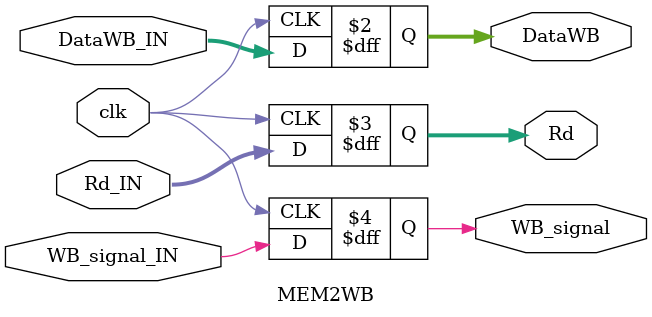
<source format=v>
module MEM2WB (
	input clk,
	input [15:0] DataWB_IN,
	input [2:0] Rd_IN,
	input WB_signal_IN,
	output reg [15:0] DataWB,
	output reg [2:0] Rd,
	output reg  WB_signal
);


  	always @ (posedge clk) begin


	  	DataWB <= DataWB_IN;
		Rd <= Rd_IN;
		WB_signal = WB_signal_IN;

  	end
	  
endmodule
</source>
